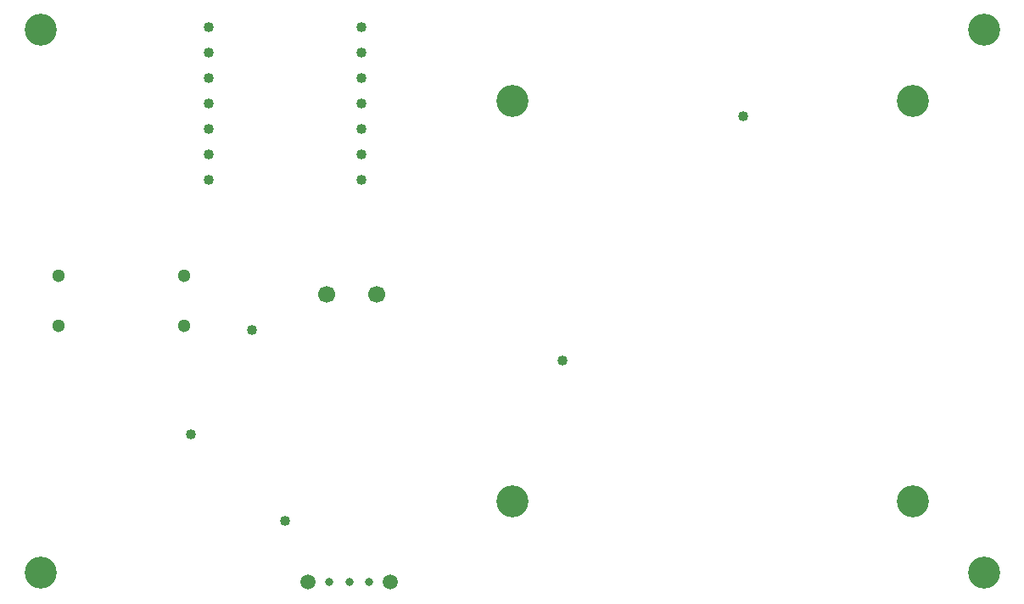
<source format=gbr>
%TF.GenerationSoftware,KiCad,Pcbnew,7.0.9*%
%TF.CreationDate,2024-02-02T14:12:32-08:00*%
%TF.ProjectId,Sensing Device,53656e73-696e-4672-9044-65766963652e,rev?*%
%TF.SameCoordinates,Original*%
%TF.FileFunction,Plated,1,2,PTH,Drill*%
%TF.FilePolarity,Positive*%
%FSLAX46Y46*%
G04 Gerber Fmt 4.6, Leading zero omitted, Abs format (unit mm)*
G04 Created by KiCad (PCBNEW 7.0.9) date 2024-02-02 14:12:32*
%MOMM*%
%LPD*%
G01*
G04 APERTURE LIST*
%TA.AperFunction,ComponentDrill*%
%ADD10C,0.812800*%
%TD*%
%TA.AperFunction,ViaDrill*%
%ADD11C,1.016000*%
%TD*%
%TA.AperFunction,ComponentDrill*%
%ADD12C,1.016000*%
%TD*%
%TA.AperFunction,ComponentDrill*%
%ADD13C,1.300000*%
%TD*%
%TA.AperFunction,ComponentDrill*%
%ADD14C,1.498600*%
%TD*%
%TA.AperFunction,ComponentDrill*%
%ADD15C,1.700000*%
%TD*%
%TA.AperFunction,ViaDrill*%
%ADD16C,3.200000*%
%TD*%
%TA.AperFunction,ComponentDrill*%
%ADD17C,3.200000*%
%TD*%
G04 APERTURE END LIST*
D10*
%TO.C,SW2*%
X91764099Y-98044000D03*
X93764100Y-98044000D03*
X95764101Y-98044000D03*
%TD*%
D11*
X77978000Y-83312000D03*
X84074000Y-72898000D03*
X87376000Y-91948000D03*
X115062000Y-75946000D03*
X133096000Y-51562000D03*
D12*
%TO.C,U1*%
X79756000Y-42672000D03*
X79756000Y-45212000D03*
X79756000Y-47752000D03*
X79756000Y-50292000D03*
X79756000Y-52832000D03*
X79756000Y-55372000D03*
X79756000Y-57912000D03*
X94996000Y-42672000D03*
X94996000Y-45212000D03*
X94996000Y-47752000D03*
X94996000Y-50292000D03*
X94996000Y-52832000D03*
X94996000Y-55372000D03*
X94996000Y-57912000D03*
D13*
%TO.C,SW1*%
X64760000Y-67500000D03*
X64760000Y-72500000D03*
X77260000Y-67500000D03*
X77260000Y-72500000D03*
D14*
%TO.C,SW2*%
X89662000Y-98044000D03*
X97866200Y-98044000D03*
D15*
%TO.C,J1*%
X91520000Y-69342000D03*
X96520000Y-69342000D03*
%TD*%
D16*
X62930000Y-42930000D03*
X62930000Y-97070000D03*
X157070000Y-42930000D03*
X157070000Y-97070000D03*
D17*
%TO.C,J2*%
X110000000Y-50000000D03*
X110000000Y-90000000D03*
X150000000Y-50000000D03*
X150000000Y-90000000D03*
M02*

</source>
